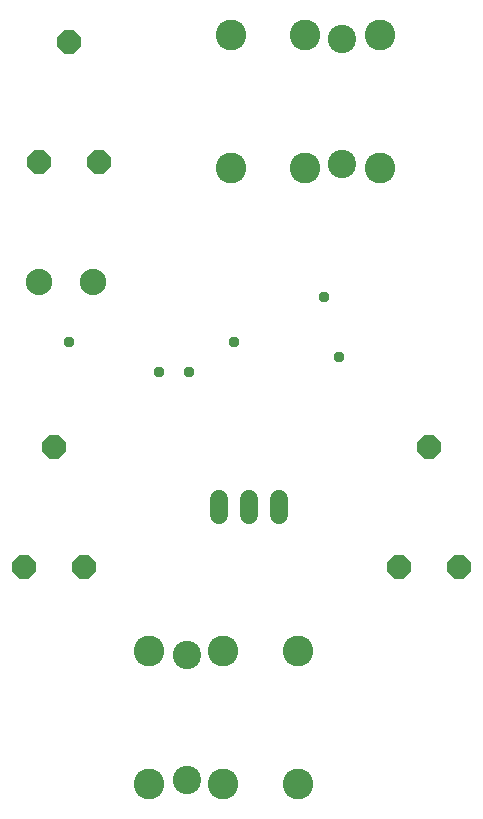
<source format=gbr>
G04 EAGLE Gerber RS-274X export*
G75*
%MOMM*%
%FSLAX34Y34*%
%LPD*%
%INSoldermask Bottom*%
%IPPOS*%
%AMOC8*
5,1,8,0,0,1.08239X$1,22.5*%
G01*
%ADD10C,2.603200*%
%ADD11C,2.403200*%
%ADD12C,2.235200*%
%ADD13C,1.524000*%
%ADD14P,2.144431X8X22.500000*%
%ADD15C,0.959600*%


D10*
X193900Y19400D03*
X193900Y132400D03*
X130900Y19400D03*
X130900Y132400D03*
X256900Y19400D03*
X256900Y132400D03*
D11*
X162900Y128900D03*
X162900Y22900D03*
D10*
X263300Y653700D03*
X263300Y540700D03*
X326300Y653700D03*
X326300Y540700D03*
X200300Y653700D03*
X200300Y540700D03*
D11*
X294300Y544200D03*
X294300Y650200D03*
D12*
X38100Y444500D03*
X83820Y444500D03*
D13*
X241300Y260604D02*
X241300Y247396D01*
X190500Y247396D02*
X190500Y260604D01*
X215900Y260604D02*
X215900Y247396D01*
D14*
X342900Y203200D03*
X393700Y203200D03*
X368300Y304800D03*
X25400Y203200D03*
X76200Y203200D03*
X50800Y304800D03*
X38100Y546100D03*
X88900Y546100D03*
X63500Y647700D03*
D15*
X63500Y393700D03*
X139700Y368300D03*
X165100Y368300D03*
X203200Y393700D03*
X292100Y381000D03*
X279400Y431800D03*
M02*

</source>
